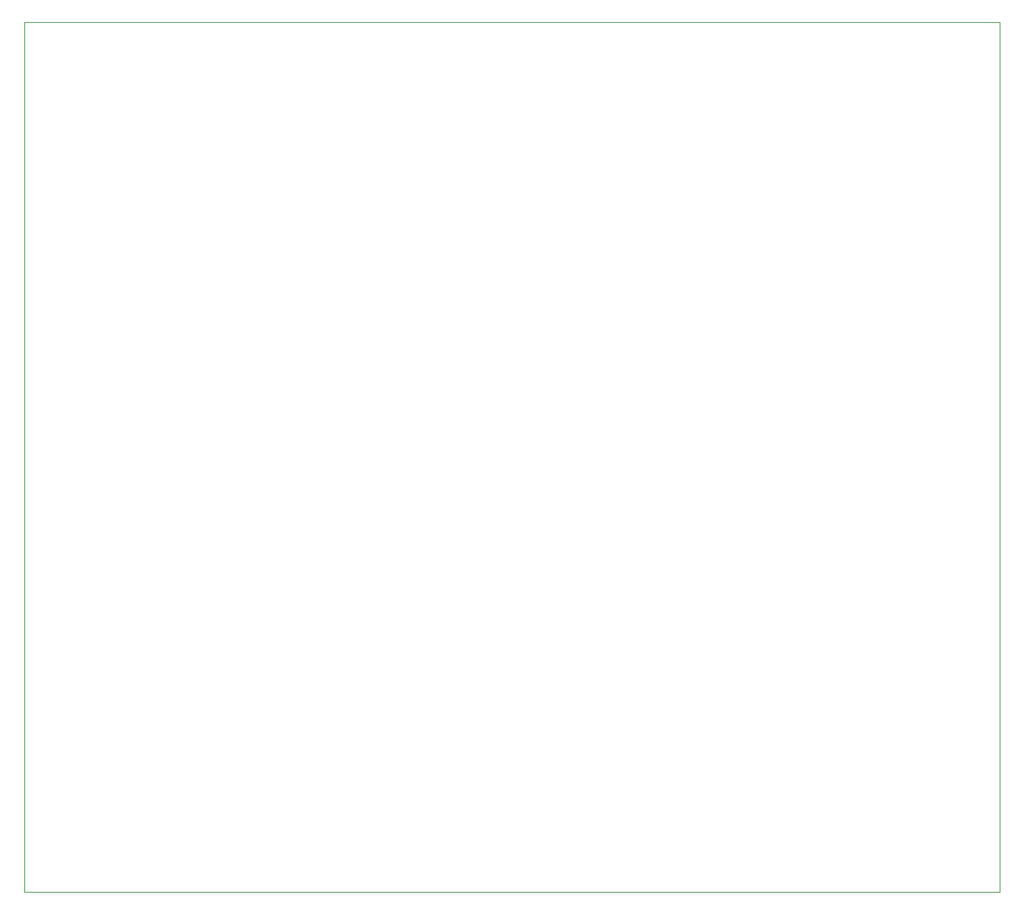
<source format=gm1>
%TF.GenerationSoftware,KiCad,Pcbnew,(6.0.11)*%
%TF.CreationDate,2023-07-04T18:20:15-04:00*%
%TF.ProjectId,Batt_Rev20,42617474-5f52-4657-9632-302e6b696361,rev?*%
%TF.SameCoordinates,Original*%
%TF.FileFunction,Profile,NP*%
%FSLAX46Y46*%
G04 Gerber Fmt 4.6, Leading zero omitted, Abs format (unit mm)*
G04 Created by KiCad (PCBNEW (6.0.11)) date 2023-07-04 18:20:15*
%MOMM*%
%LPD*%
G01*
G04 APERTURE LIST*
%TA.AperFunction,Profile*%
%ADD10C,0.050000*%
%TD*%
G04 APERTURE END LIST*
D10*
X38000000Y-30000000D02*
X150000000Y-30000000D01*
X150000000Y-30000000D02*
X150000000Y-130000000D01*
X150000000Y-130000000D02*
X38000000Y-130000000D01*
X38000000Y-130000000D02*
X38000000Y-30000000D01*
M02*

</source>
